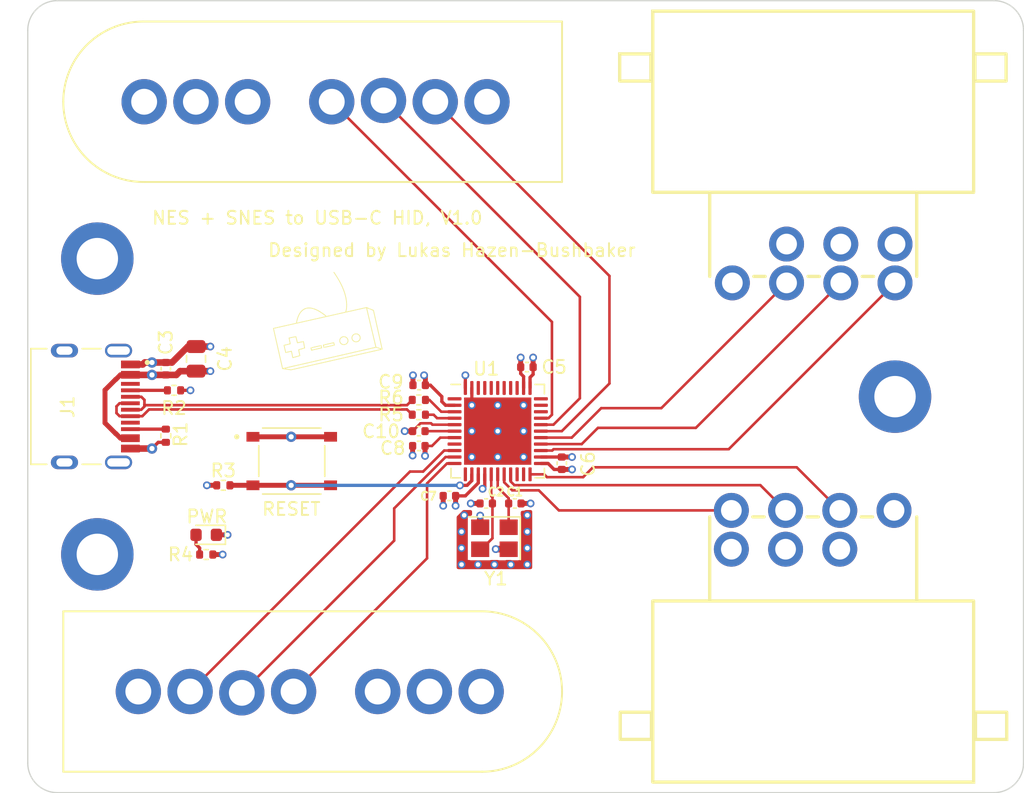
<source format=kicad_pcb>
(kicad_pcb (version 20221018) (generator pcbnew)
  (layers (0 "F.Cu" signal) (1 "In1.Cu" signal) (2 "In2.Cu" signal) (31 "B.Cu" signal) (34 "B.Paste" user) (35 "F.Paste" user) (36 "B.SilkS" user "B.Silkscreen") (37 "F.SilkS" user "F.Silkscreen") (38 "B.Mask" user) (39 "F.Mask" user) (44 "Edge.Cuts" user))
  (net 0 "")
  (net 1 "GND")
  (net 2 "Net-(D1-Pad2)")
  (net 3 "VCC")
  (net 4 "Net-(J1-PadA5)")
  (net 5 "/USB_D+")
  (net 6 "/USB_D-")
  (net 8 "Net-(J1-PadB5)")
  (net 14 "Net-(R3-Pad2)")
  (net 16 "/XIN")
  (net 17 "Net-(C10-Pad1)")
  (net 18 "/SNES_1_CLK")
  (net 19 "/SNES_1_LATCH")
  (net 20 "/SNES_1_DATA")
  (net 24 "/SNES_2_CLK")
  (net 25 "/SNES_2_LATCH")
  (net 26 "/SNES_2_DATA")
  (net 33 "/NES_1_DATA")
  (net 34 "/NES_1_LATCH")
  (net 35 "/NES_1_CLK")
  (net 49 "/NES_2_DATA")
  (net 50 "/NES_2_LATCH")
  (net 51 "/NES_2_CLK")
  (net 52 "/XOUT")
  (net 53 "Net-(R6-Pad2)")
  (net 54 "Net-(R5-Pad2)")
  (footprint "Capacitor_SMD:C_0402_1005Metric" (layer "F.Cu") (at 118.7704 97.028 180)
    (fp_text reference "C9" (at 2.1844 0.254 180) (layer "F.SilkS"))
    (fp_text value "0.1u")
    (pad "1" smd roundrect (at -0.48 0 180) (size 0.56 0.62) (layers "F.Cu" "F.Paste" "F.Mask") (net 3 "VCC"))
    (pad "2" smd roundrect (at 0.48 0 180) (size 0.56 0.62) (layers "F.Cu" "F.Paste" "F.Mask") (net 1 "GND"))
  )
  (footprint "Capacitor_SMD:C_0402_1005Metric" (layer "F.Cu") (at 121.1072 105.5878 180)
    (fp_text reference "C7" (at 1.6256 -0.0254 180) (layer "F.SilkS") (effects (font (size 0.635 0.635))))
    (fp_text value "0.1u")
    (pad "1" smd roundrect (at -0.48 0 180) (size 0.56 0.62) (layers "F.Cu" "F.Paste" "F.Mask") (net 3 "VCC"))
    (pad "2" smd roundrect (at 0.48 0 180) (size 0.56 0.62) (layers "F.Cu" "F.Paste" "F.Mask") (net 1 "GND"))
  )
  (footprint "Capacitor_SMD:C_0402_1005Metric" (layer "F.Cu") (at 118.745 101.727 180)
    (fp_text reference "C8" (at 2.018 -0.173) (layer "F.SilkS"))
    (fp_text value "0.1u")
    (pad "1" smd roundrect (at -0.48 0 180) (size 0.56 0.62) (layers "F.Cu" "F.Paste" "F.Mask") (net 3 "VCC"))
    (pad "2" smd roundrect (at 0.48 0 180) (size 0.56 0.62) (layers "F.Cu" "F.Paste" "F.Mask") (net 1 "GND"))
  )
  (footprint "local_footprints:GAMING_SNES" (layer "F.Cu") (at 109.064 120.709)
    (fp_text reference "J2" hide)
    (fp_text value "SNES_Controller" hide)
    (pad "1" thru_hole circle (at -12 0) (size 3.5 3.5) (drill 2) (layers "*.Cu" "*.Mask") (net 3 "VCC"))
    (pad "2" thru_hole circle (at -8 0) (size 3.5 3.5) (drill 2) (layers "*.Cu" "*.Mask") (net 18 "/SNES_1_CLK"))
    (pad "3" thru_hole circle (at -4 0.1) (size 3.5 3.5) (drill 2) (layers "*.Cu" "*.Mask") (net 19 "/SNES_1_LATCH"))
    (pad "4" thru_hole circle (at 0 0) (size 3.5 3.5) (drill 2) (layers "*.Cu" "*.Mask") (net 20 "/SNES_1_DATA"))
    (pad "5" thru_hole circle (at 6.5 0) (size 3.5 3.5) (drill 2) (layers "*.Cu" "*.Mask"))
    (pad "6" thru_hole circle (at 10.5 0) (size 3.5 3.5) (drill 2) (layers "*.Cu" "*.Mask"))
    (pad "7" thru_hole circle (at 14.5 0) (size 3.5 3.5) (drill 2) (layers "*.Cu" "*.Mask") (net 1 "GND"))
  )
  (footprint "Resistor_SMD:R_0402_1005Metric" (layer "F.Cu") (at 118.745 98.171)
    (fp_text reference "R6" (at -2.145 -0.171) (layer "F.SilkS"))
    (fp_text value "22r")
    (pad "1" smd roundrect (at -0.51 0) (size 0.54 0.64) (layers "F.Cu" "F.Paste" "F.Mask") (net 6 "/USB_D-"))
    (pad "2" smd roundrect (at 0.51 0) (size 0.54 0.64) (layers "F.Cu" "F.Paste" "F.Mask") (net 53 "Net-(R6-Pad2)"))
  )
  (footprint "Resistor_SMD:R_0402_1005Metric" (layer "F.Cu") (at 103.632 104.7704)
    (fp_text reference "R3" (at 0 -1.1384 180) (layer "F.SilkS"))
    (fp_text value "10k")
    (pad "1" smd roundrect (at -0.51 0) (size 0.54 0.64) (layers "F.Cu" "F.Paste" "F.Mask") (net 3 "VCC"))
    (pad "2" smd roundrect (at 0.51 0) (size 0.54 0.64) (layers "F.Cu" "F.Paste" "F.Mask") (net 14 "Net-(R3-Pad2)"))
  )
  (footprint "local_footprints:NES controller port" (layer "F.Cu") (at 149.225 82.375 180)
    (fp_text reference "J5" hide)
    (fp_text value "NES_Controller")
    (pad "" np_thru_hole circle (at -10.25 7.25 180) (size 3.2 3.2) (drill 3.2) (layers "F&B.Cu" "*.Mask"))
    (pad "" np_thru_hole circle (at 10.25 7.25 180) (size 3.2 3.2) (drill 3.2) (layers "F&B.Cu" "*.Mask"))
    (pad "1" thru_hole circle (at 2.057 -3.75 180) (size 2.7 2.7) (drill 1.6) (layers "*.Cu" "*.Mask") (net 3 "VCC"))
    (pad "2" thru_hole circle (at -2.134 -3.75 180) (size 2.7 2.7) (drill 1.6) (layers "*.Cu" "*.Mask"))
    (pad "3" thru_hole circle (at -6.325 -3.75 180) (size 2.7 2.7) (drill 1.6) (layers "*.Cu" "*.Mask"))
    (pad "4" thru_hole circle (at -6.325 -6.75 180) (size 2.7 2.7) (drill 1.6) (layers "*.Cu" "*.Mask") (net 49 "/NES_2_DATA"))
    (pad "5" thru_hole circle (at -2.134 -6.75 180) (size 2.7 2.7) (drill 1.6) (layers "*.Cu" "*.Mask") (net 50 "/NES_2_LATCH"))
    (pad "6" thru_hole circle (at 2.057 -6.75 180) (size 2.7 2.7) (drill 1.6) (layers "*.Cu" "*.Mask") (net 51 "/NES_2_CLK"))
    (pad "7" thru_hole circle (at 6.248 -6.75 180) (size 2.7 2.7) (drill 1.6) (layers "*.Cu" "*.Mask") (net 1 "GND"))
  )
  (footprint "MountingHole:MountingHole_3.2mm_M3_DIN965_Pad" (layer "F.Cu") (at 155.55 97.917)
    (fp_text reference "H3" hide)
    (fp_text value "MountingHole_Pad")
    (pad "1" thru_hole circle (at 0 0) (size 5.6 5.6) (drill 3.2) (layers "*.Cu" "*.Mask") (net 1 "GND"))
  )
  (footprint "local_footprints:NES controller port" (layer "F.Cu") (at 149.225 113.459)
    (fp_text reference "J4" hide)
    (fp_text value "NES_Controller")
    (pad "" np_thru_hole circle (at -10.25 7.25) (size 3.2 3.2) (drill 3.2) (layers "F&B.Cu" "*.Mask"))
    (pad "" np_thru_hole circle (at 10.25 7.25) (size 3.2 3.2) (drill 3.2) (layers "F&B.Cu" "*.Mask"))
    (pad "1" thru_hole circle (at 2.057 -3.75) (size 2.7 2.7) (drill 1.6) (layers "*.Cu" "*.Mask") (net 3 "VCC"))
    (pad "2" thru_hole circle (at -2.134 -3.75) (size 2.7 2.7) (drill 1.6) (layers "*.Cu" "*.Mask"))
    (pad "3" thru_hole circle (at -6.325 -3.75) (size 2.7 2.7) (drill 1.6) (layers "*.Cu" "*.Mask"))
    (pad "4" thru_hole circle (at -6.325 -6.75) (size 2.7 2.7) (drill 1.6) (layers "*.Cu" "*.Mask") (net 33 "/NES_1_DATA"))
    (pad "5" thru_hole circle (at -2.134 -6.75) (size 2.7 2.7) (drill 1.6) (layers "*.Cu" "*.Mask") (net 34 "/NES_1_LATCH"))
    (pad "6" thru_hole circle (at 2.057 -6.75) (size 2.7 2.7) (drill 1.6) (layers "*.Cu" "*.Mask") (net 35 "/NES_1_CLK"))
    (pad "7" thru_hole circle (at 6.248 -6.75) (size 2.7 2.7) (drill 1.6) (layers "*.Cu" "*.Mask") (net 1 "GND"))
  )
  (footprint "Resistor_SMD:R_0402_1005Metric" (layer "F.Cu") (at 102.3112 110.12175 180)
    (fp_text reference "R4" (at 1.9812 0) (layer "F.SilkS"))
    (fp_text value "330r")
    (pad "1" smd roundrect (at -0.51 0 180) (size 0.54 0.64) (layers "F.Cu" "F.Paste" "F.Mask") (net 3 "VCC"))
    (pad "2" smd roundrect (at 0.51 0 180) (size 0.54 0.64) (layers "F.Cu" "F.Paste" "F.Mask") (net 2 "Net-(D1-Pad2)"))
  )
  (footprint "Capacitor_SMD:C_0402_1005Metric" (layer "F.Cu") (at 118.745 100.584 180)
    (fp_text reference "C10" (at 2.921 -0.016) (layer "F.SilkS"))
    (fp_text value "1u")
    (pad "1" smd roundrect (at -0.48 0 180) (size 0.56 0.62) (layers "F.Cu" "F.Paste" "F.Mask") (net 17 "Net-(C10-Pad1)"))
    (pad "2" smd roundrect (at 0.48 0 180) (size 0.56 0.62) (layers "F.Cu" "F.Paste" "F.Mask") (net 1 "GND"))
  )
  (footprint "MountingHole:MountingHole_3.2mm_M3_DIN965_Pad" (layer "F.Cu") (at 93.8955 87.249)
    (fp_text reference "H1" hide)
    (fp_text value "MountingHole_Pad")
    (pad "1" thru_hole circle (at 0 0) (size 5.6 5.6) (drill 3.2) (layers "*.Cu" "*.Mask") (net 1 "GND"))
  )
  (footprint "LED_SMD:LED_0603_1608Metric" (layer "F.Cu") (at 102.3112 108.59775 180)
    (fp_text reference "D1" hide)
    (fp_text value "LED")
    (pad "1" smd roundrect (at -0.7875 0 180) (size 0.875 0.95) (layers "F.Cu" "F.Paste" "F.Mask") (net 1 "GND"))
    (pad "2" smd roundrect (at 0.7875 0 180) (size 0.875 0.95) (layers "F.Cu" "F.Paste" "F.Mask") (net 2 "Net-(D1-Pad2)"))
  )
  (footprint "Resistor_SMD:R_0402_1005Metric" (layer "F.Cu") (at 118.745 99.314)
    (fp_text reference "R5" (at -2.145 -0.014) (layer "F.SilkS"))
    (fp_text value "22r")
    (pad "1" smd roundrect (at -0.51 0) (size 0.54 0.64) (layers "F.Cu" "F.Paste" "F.Mask") (net 5 "/USB_D+"))
    (pad "2" smd roundrect (at 0.51 0) (size 0.54 0.64) (layers "F.Cu" "F.Paste" "F.Mask") (net 54 "Net-(R5-Pad2)"))
  )
  (footprint "footprints:SW_TS-1187A-B-A-B" (layer "F.Cu") (at 108.9225 102.8954)
    (fp_text reference "S1" hide)
    (fp_text value "TS-1187A-B-A-B")
    (pad "A" smd rect (at -3 -1.875) (size 1 0.75) (layers "F.Cu" "F.Paste" "F.Mask") (net 1 "GND"))
    (pad "B" smd rect (at 3 -1.875) (size 1 0.75) (layers "F.Cu" "F.Paste" "F.Mask") (net 1 "GND"))
    (pad "C" smd rect (at -3 1.875) (size 1 0.75) (layers "F.Cu" "F.Paste" "F.Mask") (net 14 "Net-(R3-Pad2)"))
    (pad "D" smd rect (at 3 1.875) (size 1 0.75) (layers "F.Cu" "F.Paste" "F.Mask") (net 14 "Net-(R3-Pad2)"))
  )
  (footprint "MountingHole:MountingHole_3.2mm_M3_DIN965_Pad" (layer "F.Cu") (at 93.8955 110.109)
    (fp_text reference "H2" hide)
    (fp_text value "MountingHole_Pad")
    (pad "1" thru_hole circle (at 0 0) (size 5.6 5.6) (drill 3.2) (layers "*.Cu" "*.Mask") (net 1 "GND"))
  )
  (footprint "LOGO" (layer "F.Cu") (at 111.526789 92.016398)
    (fp_text reference "G***" hide)
    (fp_text value "LOGO" hide)
  )
  (footprint "Resistor_SMD:R_0402_1005Metric" (layer "F.Cu") (at 99.822 97.429 180)
    (fp_text reference "R2" (at 0 -1.377) (layer "F.SilkS"))
    (fp_text value "5.1k")
    (pad "1" smd roundrect (at -0.51 0 180) (size 0.54 0.64) (layers "F.Cu" "F.Paste" "F.Mask") (net 1 "GND"))
    (pad "2" smd roundrect (at 0.51 0 180) (size 0.54 0.64) (layers "F.Cu" "F.Paste" "F.Mask") (net 4 "Net-(J1-PadA5)"))
  )
  (footprint "Package_DFN_QFN:QFN-44-1EP_7x7mm_P0.5mm_EP5.2x5.2mm" (layer "F.Cu") (at 124.841 100.584)
    (fp_text reference "U1" (at -0.889 -4.82) (layer "F.SilkS"))
    (fp_text value "ATmega32U4-M")
    (pad "1" smd roundrect (at -3.3375 -2.5) (size 1.075 0.25) (layers "F.Cu" "F.Paste" "F.Mask"))
    (pad "2" smd roundrect (at -3.3375 -2) (size 1.075 0.25) (layers "F.Cu" "F.Paste" "F.Mask") (net 3 "VCC"))
    (pad "3" smd roundrect (at -3.3375 -1.5) (size 1.075 0.25) (layers "F.Cu" "F.Paste" "F.Mask") (net 53 "Net-(R6-Pad2)"))
    (pad "4" smd roundrect (at -3.3375 -1) (size 1.075 0.25) (layers "F.Cu" "F.Paste" "F.Mask") (net 54 "Net-(R5-Pad2)"))
    (pad "5" smd roundrect (at -3.3375 -0.5) (size 1.075 0.25) (layers "F.Cu" "F.Paste" "F.Mask") (net 1 "GND"))
    (pad "6" smd roundrect (at -3.3375 0) (size 1.075 0.25) (layers "F.Cu" "F.Paste" "F.Mask") (net 17 "Net-(C10-Pad1)"))
    (pad "7" smd roundrect (at -3.3375 0.5) (size 1.075 0.25) (layers "F.Cu" "F.Paste" "F.Mask") (net 3 "VCC"))
    (pad "8" smd roundrect (at -3.3375 1) (size 1.075 0.25) (layers "F.Cu" "F.Paste" "F.Mask"))
    (pad "9" smd roundrect (at -3.3375 1.5) (size 1.075 0.25) (layers "F.Cu" "F.Paste" "F.Mask") (net 18 "/SNES_1_CLK"))
    (pad "10" smd roundrect (at -3.3375 2) (size 1.075 0.25) (layers "F.Cu" "F.Paste" "F.Mask") (net 19 "/SNES_1_LATCH"))
    (pad "11" smd roundrect (at -3.3375 2.5) (size 1.075 0.25) (layers "F.Cu" "F.Paste" "F.Mask") (net 20 "/SNES_1_DATA"))
    (pad "12" smd roundrect (at -2.5 3.3375) (size 0.25 1.075) (layers "F.Cu" "F.Paste" "F.Mask"))
    (pad "13" smd roundrect (at -2 3.3375) (size 0.25 1.075) (layers "F.Cu" "F.Paste" "F.Mask") (net 14 "Net-(R3-Pad2)"))
    (pad "14" smd roundrect (at -1.5 3.3375) (size 0.25 1.075) (layers "F.Cu" "F.Paste" "F.Mask") (net 3 "VCC"))
    (pad "15" smd roundrect (at -1 3.3375) (size 0.25 1.075) (layers "F.Cu" "F.Paste" "F.Mask") (net 1 "GND"))
    (pad "16" smd roundrect (at -0.5 3.3375) (size 0.25 1.075) (layers "F.Cu" "F.Paste" "F.Mask") (net 52 "/XOUT"))
    (pad "17" smd roundrect (at 0 3.3375) (size 0.25 1.075) (layers "F.Cu" "F.Paste" "F.Mask") (net 16 "/XIN"))
    (pad "18" smd roundrect (at 0.5 3.3375) (size 0.25 1.075) (layers "F.Cu" "F.Paste" "F.Mask") (net 33 "/NES_1_DATA"))
    (pad "19" smd roundrect (at 1 3.3375) (size 0.25 1.075) (layers "F.Cu" "F.Paste" "F.Mask") (net 34 "/NES_1_LATCH"))
    (pad "20" smd roundrect (at 1.5 3.3375) (size 0.25 1.075) (layers "F.Cu" "F.Paste" "F.Mask"))
    (pad "21" smd roundrect (at 2 3.3375) (size 0.25 1.075) (layers "F.Cu" "F.Paste" "F.Mask"))
    (pad "22" smd roundrect (at 2.5 3.3375) (size 0.25 1.075) (layers "F.Cu" "F.Paste" "F.Mask") (net 35 "/NES_1_CLK"))
    (pad "23" smd roundrect (at 3.3375 2.5) (size 1.075 0.25) (layers "F.Cu" "F.Paste" "F.Mask") (net 1 "GND"))
    (pad "24" smd roundrect (at 3.3375 2) (size 1.075 0.25) (layers "F.Cu" "F.Paste" "F.Mask") (net 3 "VCC"))
    (pad "25" smd roundrect (at 3.3375 1.5) (size 1.075 0.25) (layers "F.Cu" "F.Paste" "F.Mask") (net 49 "/NES_2_DATA"))
    (pad "26" smd roundrect (at 3.3375 1) (size 1.075 0.25) (layers "F.Cu" "F.Paste" "F.Mask") (net 50 "/NES_2_LATCH"))
    (pad "27" smd roundrect (at 3.3375 0.5) (size 1.075 0.25) (layers "F.Cu" "F.Paste" "F.Mask") (net 51 "/NES_2_CLK"))
    (pad "28" smd roundrect (at 3.3375 0) (size 1.075 0.25) (layers "F.Cu" "F.Paste" "F.Mask") (net 24 "/SNES_2_CLK"))
    (pad "29" smd roundrect (at 3.3375 -0.5) (size 1.075 0.25) (layers "F.Cu" "F.Paste" "F.Mask") (net 25 "/SNES_2_LATCH"))
    (pad "30" smd roundrect (at 3.3375 -1) (size 1.075 0.25) (layers "F.Cu" "F.Paste" "F.Mask") (net 26 "/SNES_2_DATA"))
    (pad "31" smd roundrect (at 3.3375 -1.5) (size 1.075 0.25) (layers "F.Cu" "F.Paste" "F.Mask"))
    (pad "32" smd roundrect (at 3.3375 -2) (size 1.075 0.25) (layers "F.Cu" "F.Paste" "F.Mask"))
    (pad "33" smd roundrect (at 3.3375 -2.5) (size 1.075 0.25) (layers "F.Cu" "F.Paste" "F.Mask"))
    (pad "34" smd roundrect (at 2.5 -3.3375) (size 0.25 1.075) (layers "F.Cu" "F.Paste" "F.Mask") (net 3 "VCC"))
    (pad "35" smd roundrect (at 2 -3.3375) (size 0.25 1.075) (layers "F.Cu" "F.Paste" "F.Mask") (net 1 "GND"))
    (pad "36" smd roundrect (at 1.5 -3.3375) (size 0.25 1.075) (layers "F.Cu" "F.Paste" "F.Mask"))
    (pad "37" smd roundrect (at 1 -3.3375) (size 0.25 1.075) (layers "F.Cu" "F.Paste" "F.Mask"))
    (pad "38" smd roundrect (at 0.5 -3.3375) (size 0.25 1.075) (layers "F.Cu" "F.Paste" "F.Mask"))
    (pad "39" smd roundrect (at 0 -3.3375) (size 0.25 1.075) (layers "F.Cu" "F.Paste" "F.Mask"))
    (pad "40" smd roundrect (at -0.5 -3.3375) (size 0.25 1.075) (layers "F.Cu" "F.Paste" "F.Mask"))
    (pad "41" smd roundrect (at -1 -3.3375) (size 0.25 1.075) (layers "F.Cu" "F.Paste" "F.Mask"))
    (pad "42" smd roundrect (at -1.5 -3.3375) (size 0.25 1.075) (layers "F.Cu" "F.Paste" "F.Mask"))
    (pad "43" smd roundrect (at -2 -3.3375) (size 0.25 1.075) (layers "F.Cu" "F.Paste" "F.Mask") (net 1 "GND"))
    (pad "44" smd roundrect (at -2.5 -3.3375) (size 0.25 1.075) (layers "F.Cu" "F.Paste" "F.Mask") (net 3 "VCC"))
    (pad "45" smd rect (at 0 0) (size 5.2 5.2) (layers "F.Cu" "F.Mask") (net 1 "GND"))
  )
  (footprint "Resistor_SMD:R_0402_1005Metric" (layer "F.Cu") (at 99.187 100.939 90)
    (fp_text reference "R1" (at 0.101 1.143 90) (layer "F.SilkS"))
    (fp_text value "5.1k")
    (pad "1" smd roundrect (at -0.51 0 90) (size 0.54 0.64) (layers "F.Cu" "F.Paste" "F.Mask") (net 1 "GND"))
    (pad "2" smd roundrect (at 0.51 0 90) (size 0.54 0.64) (layers "F.Cu" "F.Paste" "F.Mask") (net 8 "Net-(J1-PadB5)"))
  )
  (footprint "Capacitor_SMD:C_0402_1005Metric" (layer "F.Cu") (at 129.794 103.064 -90)
    (fp_text reference "C6" (at 0.06 -2.032 -90) (layer "F.SilkS"))
    (fp_text value "0.1u")
    (pad "1" smd roundrect (at -0.48 0 270) (size 0.56 0.62) (layers "F.Cu" "F.Paste" "F.Mask") (net 3 "VCC"))
    (pad "2" smd roundrect (at 0.48 0 270) (size 0.56 0.62) (layers "F.Cu" "F.Paste" "F.Mask") (net 1 "GND"))
  )
  (footprint "Crystal:Crystal_SMD_3225-4Pin_3.2x2.5mm" (layer "F.Cu") (at 124.587 108.862 180)
    (fp_text reference "Y1" (at -0.113 -3.118) (layer "F.SilkS"))
    (fp_text value "X322516MLB4SI")
    (pad "1" smd rect (at -1.1 0.85 180) (size 1.4 1.2) (layers "F.Cu" "F.Paste" "F.Mask") (net 16 "/XIN"))
    (pad "2" smd rect (at 1.1 0.85 180) (size 1.4 1.2) (layers "F.Cu" "F.Paste" "F.Mask") (net 1 "GND"))
    (pad "3" smd rect (at 1.1 -0.85 180) (size 1.4 1.2) (layers "F.Cu" "F.Paste" "F.Mask") (net 52 "/XOUT"))
    (pad "4" smd rect (at -1.1 -0.85 180) (size 1.4 1.2) (layers "F.Cu" "F.Paste" "F.Mask") (net 1 "GND"))
  )
  (footprint "Capacitor_SMD:C_0402_1005Metric" (layer "F.Cu") (at 126.167 106.172 180)
    (fp_text reference "C1" (at 0.0052 0.889) (layer "F.SilkS") (effects (font (size 0.635 0.635))))
    (fp_text value "14p")
    (pad "1" smd roundrect (at -0.48 0 180) (size 0.56 0.62) (layers "F.Cu" "F.Paste" "F.Mask") (net 1 "GND"))
    (pad "2" smd roundrect (at 0.48 0 180) (size 0.56 0.62) (layers "F.Cu" "F.Paste" "F.Mask") (net 16 "/XIN"))
  )
  (footprint "Capacitor_SMD:C_0805_2012Metric" (layer "F.Cu") (at 101.5238 94.996 90)
    (fp_text reference "C4" (at 0 2.2352 270) (layer "F.SilkS"))
    (fp_text value "10u")
    (pad "1" smd roundrect (at -0.95 0 90) (size 1 1.45) (layers "F.Cu" "F.Paste" "F.Mask") (net 3 "VCC"))
    (pad "2" smd roundrect (at 0.95 0 90) (size 1 1.45) (layers "F.Cu" "F.Paste" "F.Mask") (net 1 "GND"))
  )
  (footprint "Capacitor_SMD:C_0402_1005Metric" (layer "F.Cu") (at 123.952 106.172)
    (fp_text reference "C2" (at 0.762 -0.889) (layer "F.SilkS") (effects (font (size 0.635 0.635))))
    (fp_text value "14p")
    (pad "1" smd roundrect (at -0.48 0) (size 0.56 0.62) (layers "F.Cu" "F.Paste" "F.Mask") (net 1 "GND"))
    (pad "2" smd roundrect (at 0.48 0) (size 0.56 0.62) (layers "F.Cu" "F.Paste" "F.Mask") (net 52 "/XOUT"))
  )
  (footprint "local_footprints:GAMING_SNES" (layer "F.Cu") (at 112.014 75.125 180)
    (fp_text reference "J3" hide)
    (fp_text value "SNES_Controller" hide)
    (pad "1" thru_hole circle (at -12 0 180) (size 3.5 3.5) (drill 2) (layers "*.Cu" "*.Mask") (net 3 "VCC"))
    (pad "2" thru_hole circle (at -8 0 180) (size 3.5 3.5) (drill 2) (layers "*.Cu" "*.Mask") (net 24 "/SNES_2_CLK"))
    (pad "3" thru_hole circle (at -4 0.1 180) (size 3.5 3.5) (drill 2) (layers "*.Cu" "*.Mask") (net 25 "/SNES_2_LATCH"))
    (pad "4" thru_hole circle (at 0 0 180) (size 3.5 3.5) (drill 2) (layers "*.Cu" "*.Mask") (net 26 "/SNES_2_DATA"))
    (pad "5" thru_hole circle (at 6.5 0 180) (size 3.5 3.5) (drill 2) (layers "*.Cu" "*.Mask"))
    (pad "6" thru_hole circle (at 10.5 0 180) (size 3.5 3.5) (drill 2) (layers "*.Cu" "*.Mask"))
    (pad "7" thru_hole circle (at 14.5 0 180) (size 3.5 3.5) (drill 2) (layers "*.Cu" "*.Mask") (net 1 "GND"))
  )
  (footprint "Capacitor_SMD:C_0402_1005Metric" (layer "F.Cu") (at 127.098 95.631 180)
    (fp_text reference "C5" (at -2.102 0) (layer "F.SilkS"))
    (fp_text value "0.1u")
    (pad "1" smd roundrect (at -0.48 0 180) (size 0.56 0.62) (layers "F.Cu" "F.Paste" "F.Mask") (net 3 "VCC"))
    (pad "2" smd roundrect (at 0.48 0 180) (size 0.56 0.62) (layers "F.Cu" "F.Paste" "F.Mask") (net 1 "GND"))
  )
  (footprint "footprints:HRO_TYPE-C-31-M-12" (layer "F.Cu") (at 91.3555 98.679 -90)
    (fp_text reference "J1" (at 0.021 -0.2445 -270) (layer "F.SilkS"))
    (fp_text value "TYPE-C-31-M-12")
    (pad "" np_thru_hole circle (at -2.89 -3.65 270) (size 0.7 0.7) (drill 0.7) (layers "*.Cu" "*.Mask"))
    (pad "" np_thru_hole circle (at 2.89 -3.65 270) (size 0.7 0.7) (drill 0.7) (layers "*.Cu" "*.Mask"))
    (pad "A1B12" smd rect (at -3.25 -5.095 270) (size 0.6 1.45) (layers "F.Cu" "F.Paste" "F.Mask") (net 1 "GND"))
    (pad "A4B9" smd rect (at -2.45 -5.095 270) (size 0.6 1.45) (layers "F.Cu" "F.Paste" "F.Mask") (net 3 "VCC"))
    (pad "A5" smd rect (at -1.25 -5.095 270) (size 0.3 1.45) (layers "F.Cu" "F.Paste" "F.Mask") (net 4 "Net-(J1-PadA5)"))
    (pad "A6" smd rect (at -0.25 -5.095 270) (size 0.3 1.45) (layers "F.Cu" "F.Paste" "F.Mask") (net 5 "/USB_D+"))
    (pad "A7" smd rect (at 0.25 -5.095 270) (size 0.3 1.45) (layers "F.Cu" "F.Paste" "F.Mask") (net 6 "/USB_D-"))
    (pad "A8" smd rect (at 1.25 -5.095 270) (size 0.3 1.45) (layers "F.Cu" "F.Paste" "F.Mask"))
    (pad "B1A12" smd rect (at 3.25 -5.095 270) (size 0.6 1.45) (layers "F.Cu" "F.Paste" "F.Mask") (net 1 "GND"))
    (pad "B4A9" smd rect (at 2.45 -5.095 270) (size 0.6 1.45) (layers "F.Cu" "F.Paste" "F.Mask") (net 3 "VCC"))
    (pad "B5" smd rect (at 1.75 -5.095 270) (size 0.3 1.45) (layers "F.Cu" "F.Paste" "F.Mask") (net 8 "Net-(J1-PadB5)"))
    (pad "B6" smd rect (at 0.75 -5.095 270) (size 0.3 1.45) (layers "F.Cu" "F.Paste" "F.Mask") (net 5 "/USB_D+"))
    (pad "B7" smd rect (at -0.75 -5.095 270) (size 0.3 1.45) (layers "F.Cu" "F.Paste" "F.Mask") (net 6 "/USB_D-"))
    (pad "B8" smd rect (at -1.75 -5.095 270) (size 0.3 1.45) (layers "F.Cu" "F.Paste" "F.Mask"))
    (pad "S1" thru_hole oval (at -4.32 -4.18 270) (size 1.05 2.1) (drill oval 0.65 1.75) (layers "*.Cu" "*.Mask"))
    (pad "S2" thru_hole oval (at 4.32 -4.18 270) (size 1.05 2.1) (drill oval 0.65 1.75) (layers "*.Cu" "*.Mask"))
    (pad "S3" thru_hole oval (at -4.32 0 270) (size 1.05 2.1) (drill oval 0.65 1.25) (layers "*.Cu" "*.Mask"))
    (pad "S4" thru_hole oval (at 4.32 0 270) (size 1.05 2.1) (drill oval 0.65 1.25) (layers "*.Cu" "*.Mask"))
  )
  (footprint "Capacitor_SMD:C_0402_1005Metric" (layer "F.Cu") (at 99.187 95.758 90)
    (fp_text reference "C3" (at 2.032 0 270) (layer "F.SilkS"))
    (fp_text value "1u")
    (pad "1" smd roundrect (at -0.48 0 90) (size 0.56 0.62) (layers "F.Cu" "F.Paste" "F.Mask") (net 3 "VCC"))
    (pad "2" smd roundrect (at 0.48 0 90) (size 0.56 0.62) (layers "F.Cu" "F.Paste" "F.Mask") (net 1 "GND"))
  )
  (gr_arc (start 165.481 126.238) (mid 164.811446 127.854446) (end 163.195 128.524) (stroke (width 0.1)) (layer "Edge.Cuts"))
  (gr_arc (start 90.805 128.524) (mid 89.188554 127.854446) (end 88.519 126.238) (stroke (width 0.1)) (layer "Edge.Cuts"))
  (gr_arc (start 163.195 67.31) (mid 164.811446 67.979554) (end 165.481 69.596) (stroke (width 0.1)) (layer "Edge.Cuts"))
  (gr_line (start 90.805 128.524) (end 163.195 128.524) (stroke (width 0.1)) (layer "Edge.Cuts"))
  (gr_line (start 163.195 67.31) (end 90.805 67.31) (stroke (width 0.1)) (layer "Edge.Cuts"))
  (gr_arc (start 88.519 69.596) (mid 89.188554 67.979554) (end 90.805 67.31) (stroke (width 0.1)) (layer "Edge.Cuts"))
  (gr_line (start 165.481 126.238) (end 165.481 69.596) (stroke (width 0.1)) (layer "Edge.Cuts"))
  (gr_line (start 88.519 69.596) (end 88.519 126.238) (stroke (width 0.1)) (layer "Edge.Cuts"))
  (gr_text "PWR" (at 102.362 107.188) (layer "F.SilkS") (effects (font (size 1 1))))
  (gr_text "RESET" (at 108.8898 106.6038) (layer "F.SilkS") (effects (font (size 0.992 0.992))))
  (gr_text "Designed by Lukas Hazen-Bushbaker" (at 121.3 86.6) (layer "F.SilkS") (effects (font (size 1 1))))
  (gr_text "NES + SNES to USB-C HID, V1.0" (at 110.9 84.1) (layer "F.SilkS") (effects (font (size 1 1))))
  (segment (start 118.2904 97.028) (end 118.2904 96.266) (width 0.381) (layer "F.Cu") (net 1))
  (segment (start 96.4505 101.929) (end 98.119 101.929) (width 0.508) (layer "F.Cu") (net 1))
  (segment (start 121.5035 100.084) (end 119.7944 100.084) (width 0.2) (layer "F.Cu") (net 1))
  (segment (start 126.841 96.361) (end 126.618 96.138) (width 0.254) (layer "F.Cu") (net 1))
  (segment (start 123.487 108.012) (end 123.487 107.1118) (width 0.508) (layer "F.Cu") (net 1))
  (segment (start 97.5588 95.278) (end 97.4078 95.429) (width 0.508) (layer "F.Cu") (net 1))
  (segment (start 122.7582 106.172) (end 123.472 106.172) (width 0.381) (layer "F.Cu") (net 1))
  (segment (start 101.5238 94.046) (end 102.6312 94.046) (width 0.508) (layer "F.Cu") (net 1))
  (segment (start 118.8746 99.9744) (end 118.265 100.584) (width 0.2) (layer "F.Cu") (net 1))
  (segment (start 129.198 103.544) (end 129.794 103.544) (width 0.254) (layer "F.Cu") (net 1))
  (segment (start 100.332 97.429) (end 101.092 97.429) (width 0.254) (layer "F.Cu") (net 1))
  (segment (start 99.187 95.278) (end 99.667 95.278) (width 0.508) (layer "F.Cu") (net 1))
  (segment (start 100.899 94.046) (end 101.5238 94.046) (width 0.508) (layer "F.Cu") (net 1))
  (segment (start 117.6528 100.584) (end 118.265 100.584) (width 0.381) (layer "F.Cu") (net 1))
  (segment (start 108.8763 101.0204) (end 105.9225 101.0204) (width 0.381) (layer "F.Cu") (net 1))
  (segment (start 124.6886 109.7026) (end 125.6776 109.7026) (width 0.508) (layer "F.Cu") (net 1))
  (segment (start 126.618 95.631) (end 126.618 94.8944) (width 0.381) (layer "F.Cu") (net 1))
  (segment (start 120.6272 106.3498) (end 120.6272 105.5878) (width 0.381) (layer "F.Cu") (net 1))
  (segment (start 126.841 97.2465) (end 126.841 96.361) (width 0.254) (layer "F.Cu") (net 1))
  (segment (start 98.599 101.449) (end 98.119 101.929) (width 0.254) (layer "F.Cu") (net 1))
  (segment (start 123.841 104.868585) (end 123.841 103.9215) (width 0.254) (layer "F.Cu") (net 1))
  (segment (start 122.841 97.2465) (end 122.841 98.584) (width 0.25) (layer "F.Cu") (net 1))
  (segment (start 125.6776 109.7026) (end 125.687 109.712) (width 0.508) (layer "F.Cu") (net 1))
  (segment (start 103.0987 108.59775) (end 103.9622 108.59775) (width 0.381) (layer "F.Cu") (net 1))
  (segment (start 98.119 95.278) (end 97.5588 95.278) (width 0.508) (layer "F.Cu") (net 1))
  (segment (start 118.265 101.727) (end 118.265 102.4662) (width 0.381) (layer "F.Cu") (net 1))
  (segment (start 111.9225 101.0204) (end 108.8763 101.0204) (width 0.381) (layer "F.Cu") (net 1))
  (segment (start 126.647 106.172) (end 127.381 106.172) (width 0.381) (layer "F.Cu") (net 1))
  (segment (start 128.738 103.084) (end 129.198 103.544) (width 0.254) (layer "F.Cu") (net 1))
  (segment (start 97.4078 95.429) (end 96.4505 95.429) (width 0.508) (layer "F.Cu") (net 1))
  (segment (start 129.794 103.544) (end 130.584 103.544) (width 0.381) (layer "F.Cu") (net 1))
  (segment (start 98.119 95.278) (end 99.187 95.278) (width 0.508) (layer "F.Cu") (net 1))
  (segment (start 126.618 96.138) (end 126.618 95.631) (width 0.254) (layer "F.Cu") (net 1))
  (segment (start 99.187 101.449) (end 98.599 101.449) (width 0.254) (layer "F.Cu") (net 1))
  (segment (start 128.1785 103.084) (end 128.738 103.084) (width 0.254) (layer "F.Cu") (net 1))
  (segment (start 123.670544 105.039041) (end 123.841 104.868585) (width 0.254) (layer "F.Cu") (net 1))
  (segment (start 119.7944 100.084) (end 119.6848 99.9744) (width 0.2) (layer "F.Cu") (net 1))
  (segment (start 119.6848 99.9744) (end 118.8746 99.9744) (width 0.2) (layer "F.Cu") (net 1))
  (segment (start 99.667 95.278) (end 100.899 94.046) (width 0.508) (layer "F.Cu") (net 1))
  (via (at 103.9622 108.59775) (size 0.6) (drill 0.35) (layers "F.Cu" "B.Cu") (net 1))
  (via (at 127.381 106.172) (size 0.6) (drill 0.35) (layers "F.Cu" "B.Cu") (net 1))
  (via (at 124.6886 109.7026) (size 0.6) (drill 0.35) (layers "F.Cu" "B.Cu") (net 1))
  (via (at 102.6312 94.046) (size 0.6) (drill 0.35) (layers "F.Cu" "B.Cu") (net 1))
  (via (at 98.119 101.929) (size 0.8) (drill 0.4) (layers "F.Cu" "B.Cu") (net 1))
  (via (at 122.841 102.584) (size 0.6) (drill 0.35) (layers "F.Cu" "B.Cu") (net 1))
  (via (at 125.857 110.8964) (size 0.6) (drill 0.35) (layers "F.Cu" "B.Cu") (net 1))
  (via (at 108.8763 101.0204) (size 0.8) (drill 0.4) (layers "F.Cu" "B.Cu") (net 1))
  (via (at 122.047 108.354) (size 0.6) (drill 0.35) (layers "F.Cu" "B.Cu") (net 1))
  (via (at 126.618 94.8944) (size 0.6) (drill 0.35) (layers "F.Cu" "B.Cu") (net 1))
  (via (at 122.841 100.584) (size 0.6) (drill 0.35) (layers "F.Cu" "B.Cu") (net 1))
  (via (at 122.841 98.584) (size 0.6) (drill 0.35) (layers "F.Cu" "B.Cu") (net 1))
  (via (at 123.317 110.894) (size 0.6) (drill 0.35) (layers "F.Cu" "B.Cu") (net 1))
  (via (at 127.127 110.894) (size 0.6) (drill 0.35) (layers "F.Cu" "B.Cu") (net 1))
  (via (at 122.047 110.894) (size 0.6) (drill 0.35) (layers "F.Cu" "B.Cu") (net 1))
  (via (at 123.670544 105.039041) (size 0.6) (drill 0.35) (layers "F.Cu" "B.Cu") (net 1))
  (via (at 127.127 108.354) (size 0.6) (drill 0.35) (layers "F.Cu" "B.Cu") (net 1))
  (via (at 126.841 98.584) (size 0.6) (drill 0.35) (layers "F.Cu" "B.Cu") (net 1))
  (via (at 126.841 102.584) (size 0.6) (drill 0.35) (layers "F.Cu" "B.Cu") (net 1))
  (via (at 118.265 102.4662) (size 0.6) (drill 0.35) (layers "F.Cu" "B.Cu") (net 1))
  (via (at 127.127 109.624) (size 0.6) (drill 0.35) (layers "F.Cu" "B.Cu") (net 1))
  (via (at 124.841 98.584) (size 0.6) (drill 0.35) (layers "F.Cu" "B.Cu") (net 1))
  (via (at 122.047 109.624) (size 0.6) (drill 0.35) (layers "F.Cu" "B.Cu") (net 1))
  (via (at 127.127 107.084) (size 0.6) (drill 0.35) (layers "F.Cu" "B.Cu") (net 1))
  (via (at 98.119 95.278) (size 0.8) (drill 0.4) (layers "F.Cu" "B.Cu") (net 1))
  (via (at 122.2502 107.0864) (size 0.6) (drill 0.35) (layers "F.Cu" "B.Cu") (net 1))
  (via (at 124.841 100.584) (size 0.6) (drill 0.35) (layers "F.Cu" "B.Cu") (net 1))
  (via (at 124.841 102.584) (size 0.6) (drill 0.35) (layers "F.Cu" "B.Cu") (net 1))
  (via (at 124.587 110.894) (size 0.6) (drill 0.35) (layers "F.Cu" "B.Cu") (net 1))
  (via (at 130.584 103.544) (size 0.6) (drill 0.35) (layers "F.Cu" "B.Cu") (net 1))
  (via (at 117.6528 100.584) (size 0.6) (drill 0.35) (layers "F.Cu" "B.Cu") (net 1))
  (via (at 118.2904 96.266) (size 0.6) (drill 0.35) (layers "F.Cu" "B.Cu") (net 1))
  (via (at 126.841 100.584) (size 0.6) (drill 0.35) (layers "F.Cu" "B.Cu") (net 1))
  (via (at 120.6272 106.3498) (size 0.6) (drill 0.35) (layers "F.Cu" "B.Cu") (net 1))
  (via (at 123.487 107.1118) (size 0.6) (drill 0.35) (layers "F.Cu" "B.Cu") (net 1))
  (via (at 122.7582 106.172) (size 0.6) (drill 0.35) (layers "F.Cu" "B.Cu") (net 1))
  (via (at 101.092 97.429) (size 0.6) (drill 0.35) (layers "F.Cu" "B.Cu") (net 1))
  (segment (start 101.8012 109.61175) (end 101.5237 109.33425) (width 0.254) (layer "F.Cu") (net 2))
  (segment (start 101.5237 109.33425) (end 101.5237 108.59775) (width 0.254) (layer "F.Cu") (net 2))
  (segment (start 101.8012 110.12175) (end 101.8012 109.61175) (width 0.254) (layer "F.Cu") (net 2))
  (segment (start 96.4595 96.238) (end 96.4505 96.229) (width 0.508) (layer "F.Cu") (net 3))
  (segment (start 119.225 101.727) (end 119.225 102.497377) (width 0.381) (layer "F.Cu") (net 3))
  (segment (start 119.634 97.028) (end 119.2504 97.028) (width 0.254) (layer "F.Cu") (net 3))
  (segment (start 95.317499 100.778499) (end 94.488 99.949) (width 0.381) (layer "F.Cu") (net 3))
  (segment (start 95.332937 96.579501) (end 95.683438 96.229) (width 0.381) (layer "F.Cu") (net 3))
  (segment (start 103.122 104.7704) (end 102.362 104.7704) (width 0.381) (layer "F.Cu") (net 3))
  (segment (start 99.187 96.238) (end 98.1228 96.238) (width 0.508) (layer "F.Cu") (net 3))
  (segment (start 128.1785 102.584) (end 129.794 102.584) (width 0.254) (layer "F.Cu") (net 3))
  (segment (start 127.341 97.2465) (end 127.341 96.433) (width 0.254) (layer "F.Cu") (net 3))
  (segment (start 120.404 101.084) (end 121.5035 101.084) (width 0.2) (layer "F.Cu") (net 3))
  (segment (start 96.4505 101.129) (end 95.683438 101.129) (width 0.381) (layer "F.Cu") (net 3))
  (segment (start 95.683438 96.229) (end 96.4505 96.229) (width 0.381) (layer "F.Cu") (net 3))
  (segment (start 120.523 98.298) (end 120.523 97.917) (width 0.254) (layer "F.Cu") (net 3))
  (segment (start 127.578 94.8944) (end 127.578 95.631) (width 0.381) (layer "F.Cu") (net 3))
  (segment (start 123.341 104.58511) (end 122.33831 105.5878) (width 0.254) (layer "F.Cu") (net 3))
  (segment (start 103.5812 110.12175) (end 102.8212 110.12175) (width 0.381) (layer "F.Cu") (net 3))
  (segment (start 94.488 97.409) (end 95.317499 96.579501) (width 0.381) (layer "F.Cu") (net 3))
  (segment (start 98.1228 96.238) (end 96.4595 96.238) (width 0.508) (layer "F.Cu") (net 3))
  (segment (start 95.317499 96.579501) (end 95.332937 96.579501) (width 0.381) (layer "F.Cu") (net 3))
  (segment (start 99.187 96.238) (end 100.0024 96.238) (width 0.508) (layer "F.Cu") (net 3))
  (segment (start 122.33831 105.5878) (end 121.5872 105.5878) (width 0.254) (layer "F.Cu") (net 3))
  (segment (start 127.578 96.196) (end 127.578 95.631) (width 0.254) (layer "F.Cu") (net 3))
  (segment (start 129.794 102.584) (end 130.584 102.584) (width 0.381) (layer "F.Cu") (net 3))
  (segment (start 122.341 97.2465) (end 122.341 96.266) (width 0.25) (layer "F.Cu") (net 3))
  (segment (start 94.488 99.949) (end 94.488 97.409) (width 0.381) (layer "F.Cu") (net 3))
  (segment (start 120.809 98.584) (end 120.523 98.298) (width 0.254) (layer "F.Cu") (net 3))
  (segment (start 100.0024 96.238) (end 100.2944 95.946) (width 0.508) (layer "F.Cu") (net 3))
  (segment (start 127.341 96.433) (end 127.578 96.196) (width 0.254) (layer "F.Cu") (net 3))
  (segment (start 123.341 103.9215) (end 123.341 104.58511) (width 0.254) (layer "F.Cu") (net 3))
  (segment (start 121.5035 98.584) (end 120.809 98.584) (width 0.254) (layer "F.Cu") (net 3))
  (segment (start 121.5872 106.3498) (end 121.5872 105.5878) (width 0.381) (layer "F.Cu") (net 3))
  (segment (start 95.683438 101.129) (end 95.332937 100.778499) (width 0.381) (layer "F.Cu") (net 3))
  (segment (start 95.332937 100.778499) (end 95.317499 100.778499) (width 0.381) (layer "F.Cu") (net 3))
  (segment (start 101.5238 95.946) (end 102.6312 95.946) (width 0.508) (layer "F.Cu") (net 3))
  (segment (start 120.523 97.917) (end 119.634 97.028) (width 0.254) (layer "F.Cu") (net 3))
  (segment (start 119.761 101.727) (end 119.225 101.727) (width 0.2) (layer "F.Cu") (net 3))
  (segment (start 119.761 101.727) (end 120.404 101.084) (width 0.2) (layer "F.Cu") (net 3))
  (segment (start 100.2944 95.946) (end 101.5238 95.946) (width 0.508) (layer "F.Cu") (net 3))
  (segment (start 119.2504 97.028) (end 119.2504 96.365) (width 0.381) (layer "F.Cu") (net 3))
  (via (at 102.362 104.7704) (size 0.6) (drill 0.35) (layers "F.Cu" "B.Cu") (net 3))
  (via (at 121.5872 106.3498) (size 0.6) (drill 0.35) (layers "F.Cu" "B.Cu") (net 3))
  (via (at 127.578 94.8944) (size 0.6) (drill 0.35) (layers "F.Cu" "B.Cu") (net 3))
  (via (at 103.5812 110.12175) (size 0.6) (drill 0.35) (layers "F.Cu" "B.Cu") (net 3))
  (via (at 102.6312 95.946) (size 0.6) (drill 0.35) (layers "F.Cu" "B.Cu") (net 3))
  (via (at 119.225 102.497377) (size 0.6) (drill 0.35) (layers "F.Cu" "B.Cu") (net 3))
  (via (at 130.584 102.584) (size 0.6) (drill 0.35) (layers "F.Cu" "B.Cu") (net 3))
  (via (at 122.341 96.266) (size 0.6) (drill 0.35) (layers "F.Cu" "B.Cu") (net 3))
  (via (at 98.119 96.238) (size 0.8) (drill 0.4) (layers "F.Cu" "B.Cu") (net 3))
  (via (at 119.1514 96.266) (size 0.6) (drill 0.35) (layers "F.Cu" "B.Cu") (net 3))
  (segment (start 99.312 97.429) (end 96.4505 97.429) (width 0.254) (layer "F.Cu") (net 4))
  (segment (start 97.3702 99.429) (end 96.4505 99.429) (width 0.20574) (layer "F.Cu") (net 5))
  (segment (start 97.89033 98.90887) (end 97.3702 99.429) (width 0.20574) (layer "F.Cu") (net 5))
  (segment (start 96.4505 99.429) (end 95.619 99.429) (width 0.20574) (layer "F.Cu") (net 5))
  (segment (start 118.235 99.314) (end 117.82987 98.90887) (width 0.20574) (layer "F.Cu") (net 5))
  (segment (start 95.377 99.187) (end 95.377 98.66776) (width 0.20574) (layer "F.Cu") (net 5))
  (segment (start 95.619 99.429) (end 95.377 99.187) (width 0.20574) (layer "F.Cu") (net 5))
  (segment (start 95.61576 98.429) (end 96.4505 98.429) (width 0.20574) (layer "F.Cu") (net 5))
  (segment (start 117.82987 98.90887) (end 97.89033 98.90887) (width 0.20574) (layer "F.Cu") (net 5))
  (segment (start 95.377 98.66776) (end 95.61576 98.429) (width 0.20574) (layer "F.Cu") (net 5))
  (segment (start 97.536 98.171) (end 97.294 97.929) (width 0.20574) (layer "F.Cu") (net 6))
  (segment (start 117.82987 98.57613) (end 97.56013 98.57613) (width 0.20574) (layer "F.Cu") (net 6))
  (segment (start 97.294 97.929) (end 96.4505 97.929) (width 0.20574) (layer "F.Cu") (net 6))
  (segment (start 97.56013 98.57613) (end 97.536 98.552) (width 0.20574) (layer "F.Cu") (net 6))
  (segment (start 118.235 98.171) (end 117.82987 98.57613) (width 0.20574) (layer "F.Cu") (net 6))
  (segment (start 97.536 98.552) (end 97.536 98.171) (width 0.20574) (layer "F.Cu") (net 6))
  (segment (start 97.536 98.679) (end 97.536 98.552) (width 0.20574) (layer "F.Cu") (net 6))
  (segment (start 97.286 98.929) (end 97.536 98.679) (width 0.20574) (layer "F.Cu") (net 6))
  (segment (start 96.4505 98.929) (end 97.286 98.929) (width 0.20574) (layer "F.Cu") (net 6))
  (segment (start 96.4505 100.429) (end 99.187 100.429) (width 0.254) (layer "F.Cu") (net 8))
  (segment (start 121.92 104.775) (end 122.472599 104.775) (width 0.254) (layer "F.Cu") (net 14))
  (segment (start 122.472599 104.775) (end 122.841 104.406599) (width 0.254) (layer "F.Cu") (net 14))
  (segment (start 122.841 104.406599) (end 122.841 103.9215) (width 0.254) (layer "F.Cu") (net 14))
  (segment (start 108.8255 104.7704) (end 111.9225 104.7704) (width 0.381) (layer "F.Cu") (net 14))
  (segment (start 105.9225 104.7704) (end 108.8255 104.7704) (width 0.381) (layer "F.Cu") (net 14))
  (segment (start 105.9225 104.7704) (end 104.142 104.7704) (width 0.381) (layer "F.Cu") (net 14))
  (via (at 121.92 104.775) (size 0.6) (drill 0.35) (layers "F.Cu" "B.Cu") (net 14))
  (via (at 108.8763 104.7704) (size 0.8) (drill 0.4) (layers "F.Cu" "B.Cu") (net 14))
  (segment (start 121.92 104.775) (end 108.8809 104.775) (width 0.254) (layer "B.Cu") (net 14))
  (segment (start 108.8809 104.775) (end 108.8763 104.7704) (width 0.254) (layer "B.Cu") (net 14))
  (segment (start 124.841 104.9274) (end 125.687 105.7734) (width 0.2) (layer "F.Cu") (net 16))
  (segment (start 125.687 105.7734) (end 125.687 108.012) (width 0.2) (layer "F.Cu") (net 16))
  (segment (start 124.841 103.9215) (end 124.841 104.9274) (width 0.2) (layer "F.Cu") (net 16))
  (segment (start 121.5035 100.584) (end 119.225 100.584) (width 0.2) (layer "F.Cu") (net 17))
  (segment (start 121.5035 102.084) (end 120.6994 102.084) (width 0.2) (layer "F.Cu") (net 18))
  (segment (start 118.0592 103.7082) (end 101.064 120.7034) (width 0.2) (layer "F.Cu") (net 18))
  (segment (start 101.064 120.709) (end 102.0744 120.709) (width 0.2) (layer "F.Cu") (net 18))
  (segment (start 120.6994 102.084) (end 119.0752 103.7082) (width 0.2) (layer "F.Cu") (net 18))
  (segment (start 119.0752 103.7082) (end 118.0592 103.7082) (width 0.2) (layer "F.Cu") (net 18))
  (segment (start 101.064 120.7034) (end 101.064 120.709) (width 0.2) (layer "F.Cu") (net 18))
  (segment (start 120.809 102.584) (end 121.5035 102.584) (width 0.2) (layer "F.Cu") (net 19))
  (segment (start 116.84 106.553) (end 120.809 102.584) (width 0.2) (layer "F.Cu") (net 19))
  (segment (start 116.84 109.0422) (end 116.84 106.553) (width 0.2) (layer "F.Cu") (net 19))
  (segment (start 105.064 120.809) (end 105.0732 120.809) (width 0.2) (layer "F.Cu") (net 19))
  (segment (start 105.0732 120.809) (end 116.84 109.0422) (width 0.2) (layer "F.Cu") (net 19))
  (segment (start 119.38 104.6226) (end 119.38 110.4138) (width 0.2) (layer "F.Cu") (net 20))
  (segment (start 121.5035 103.084) (end 120.9186 103.084) (width 0.2) (layer "F.Cu") (net 20))
  (segment (start 120.9186 103.084) (end 119.38 104.6226) (width 0.2) (layer "F.Cu") (net 20))
  (segment (start 109.064 120.7298) (end 109.064 120.7466) (width 0.2) (layer "F.Cu") (net 20))
  (segment (start 119.38 110.4138) (end 109.064 120.7298) (width 0.2) (layer "F.Cu") (net 20))
  (segment (start 133.477 96.901) (end 129.794 100.584) (width 0.2) (layer "F.Cu") (net 24))
  (segment (start 133.477 88.588) (end 133.477 96.901) (width 0.2) (layer "F.Cu") (net 24))
  (segment (start 120.014 75.125) (end 133.477 88.588) (width 0.2) (layer "F.Cu") (net 24))
  (segment (start 129.794 100.584) (end 128.1785 100.584) (width 0.2) (layer "F.Cu") (net 24))
  (segment (start 129.151 100.084) (end 128.1785 100.084) (width 0.2) (layer "F.Cu") (net 25))
  (segment (start 131.191 90.202) (end 131.191 98.044) (width 0.2) (layer "F.Cu") (net 25))
  (segment (start 131.191 98.044) (end 129.151 100.084) (width 0.2) (layer "F.Cu") (net 25))
  (segment (start 116.014 75.025) (end 131.191 90.202) (width 0.2) (layer "F.Cu") (net 25))
  (segment (start 128.762 99.584) (end 129.032 99.314) (width 0.2) (layer "F.Cu") (net 26))
  (segment (start 129.032 99.314) (end 129.032 92.143) (width 0.2) (layer "F.Cu") (net 26))
  (segment (start 129.032 92.143) (end 112.014 75.125) (width 0.2) (layer "F.Cu") (net 26))
  (segment (start 128.1785 99.584) (end 128.762 99.584) (width 0.2) (layer "F.Cu") (net 26))
  (segment (start 142.9 106.709) (end 129.569 106.709) (width 0.2) (layer "F.Cu") (net 33))
  (segment (start 129.569 106.709) (end 128.019 105.159) (width 0.2) (layer "F.Cu") (net 33))
  (segment (start 125.341 104.537338) (end 125.341 103.9215) (width 0.2) (layer "F.Cu") (net 33))
  (segment (start 125.962662 105.159) (end 125.341 104.537338) (width 0.2) (layer "F.Cu") (net 33))
  (segment (start 128.019 105.159) (end 125.962662 105.159) (width 0.2) (layer "F.Cu") (net 33))
  (segment (start 126.128348 104.759) (end 145.141 104.759) (width 0.2) (layer "F.Cu") (net 34))
  (segment (start 145.141 104.759) (end 147.091 106.709) (width 0.2) (layer "F.Cu") (net 34))
  (segment (start 125.841 103.9215) (end 125.841 104.471652) (width 0.2) (layer "F.Cu") (net 34))
  (segment (start 125.841 104.471652) (end 126.128348 104.759) (width 0.2) (layer "F.Cu") (net 34))
  (segment (start 132.207 103.378) (end 147.951 103.378) (width 0.2) (layer "F.Cu") (net 35))
  (segment (start 127.341 103.9215) (end 128.4325 103.9215) (width 0.2) (layer "F.Cu") (net 35))
  (segment (start 128.4325 103.9215) (end 128.651 104.14) (width 0.2) (layer "F.Cu") (net 35))
  (segment (start 147.951 103.378) (end 151.282 106.709) (width 0.2) (layer "F.Cu") (net 35))
  (segment (start 131.445 104.14) (end 132.207 103.378) (width 0.2) (layer "F.Cu") (net 35))
  (segment (start 128.651 104.14) (end 131.445 104.14) (width 0.2) (layer "F.Cu") (net 35))
  (segment (start 142.694 101.981) (end 155.55 89.125) (width 0.2) (layer "F.Cu") (net 49))
  (segment (start 129.056 102.084) (end 129.159 101.981) (width 0.2) (layer "F.Cu") (net 49))
  (segment (start 128.1785 102.084) (end 129.056 102.084) (width 0.2) (layer "F.Cu") (net 49))
  (segment (start 129.159 101.981) (end 142.694 101.981) (width 0.2) (layer "F.Cu") (net 49))
  (segment (start 131.334 101.584) (end 132.588 100.33) (width 0.2) (layer "F.Cu") (net 50))
  (segment (start 132.588 100.33) (end 140.154 100.33) (width 0.2) (layer "F.Cu") (net 50))
  (segment (start 128.1785 101.584) (end 131.334 101.584) (width 0.2) (layer "F.Cu") (net 50))
  (segment (start 140.154 100.33) (end 151.359 89.125) (width 0.2) (layer "F.Cu") (net 50))
  (segment (start 137.487 98.806) (end 147.168 89.125) (width 0.2) (layer "F.Cu") (net 51))
  (segment (start 132.842 98.806) (end 137.487 98.806) (width 0.2) (layer "F.Cu") (net 51))
  (segment (start 128.1785 101.084) (end 130.564 101.084) (width 0.2) (layer "F.Cu") (net 51))
  (segment (start 130.564 101.084) (end 132.842 98.806) (width 0.2) (layer "F.Cu") (net 51))
  (segment (start 123.587 109.712) (end 123.487 109.712) (width 0.2) (layer "F.Cu") (net 52))
  (segment (start 124.4346 105.6894) (end 124.4346 108.8644) (width 0.2) (layer "F.Cu") (net 52))
  (segment (start 124.4346 108.8644) (end 123.587 109.712) (width 0.2) (layer "F.Cu") (net 52))
  (segment (start 124.341 105.5958) (end 124.4346 105.6894) (width 0.2) (layer "F.Cu") (net 52))
  (segment (start 124.341 103.9215) (end 124.341 105.5958) (width 0.2) (layer "F.Cu") (net 52))
  (segment (start 121.5035 99.084) (end 120.477686 99.084) (width 0.2) (layer "F.Cu") (net 53))
  (segment (start 119.564686 98.171) (end 119.255 98.171) (width 0.2) (layer "F.Cu") (net 53))
  (segment (start 120.477686 99.084) (end 119.564686 98.171) (width 0.2) (layer "F.Cu") (net 53))
  (segment (start 121.5035 99.584) (end 120.158 99.584) (width 0.2) (layer "F.Cu") (net 54))
  (segment (start 119.888 99.314) (end 119.255 99.314) (width 0.2) (layer "F.Cu") (net 54))
  (segment (start 120.158 99.584) (end 119.888 99.314) (width 0.2) (layer "F.Cu") (net 54))
  (zone (net 1) (net_name "GND") (layer "F.Cu") (connect_pads (clearance 0.254)) (min_thickness 0.254) (fill yes (thermal_gap 0.254) (thermal_bridge_width 0.508))
    (polygon (pts (xy 127.508 111.252) (xy 121.666 111.252) (xy 121.666 107.188) (xy 122.174 106.68) (xy 122.8598 106.68) (xy 122.8598 107.188) (xy 126.619 107.188) (xy 126.619 106.68) (xy 127.508 106.68)))
  )
  (zone (net 0) (net_name "") (layer "F.Cu") (connect_pads (clearance 0)) (min_thickness 0.254)
    (keepout (tracks allowed) (vias allowed) (pads allowed) (copperpour not_allowed) (footprints allowed))
    (fill (thermal_gap 0.254) (thermal_bridge_width 0.508))
    (polygon (pts (xy 126.6444 110.5408) (xy 122.5296 110.5408) (xy 122.5296 107.1372) (xy 126.6444 107.1372)))
  )
)
</source>
